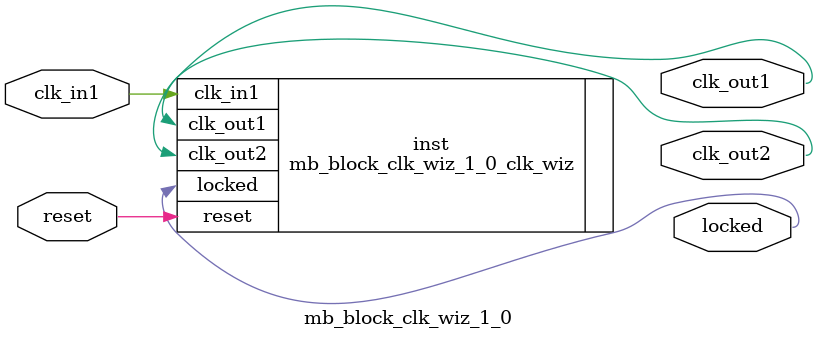
<source format=v>


`timescale 1ps/1ps

(* CORE_GENERATION_INFO = "mb_block_clk_wiz_1_0,clk_wiz_v6_0_11_0_0,{component_name=mb_block_clk_wiz_1_0,use_phase_alignment=true,use_min_o_jitter=false,use_max_i_jitter=false,use_dyn_phase_shift=false,use_inclk_switchover=false,use_dyn_reconfig=false,enable_axi=0,feedback_source=FDBK_AUTO,PRIMITIVE=MMCM,num_out_clk=2,clkin1_period=10.000,clkin2_period=10.000,use_power_down=false,use_reset=true,use_locked=true,use_inclk_stopped=false,feedback_type=SINGLE,CLOCK_MGR_TYPE=NA,manual_override=false}" *)

module mb_block_clk_wiz_1_0 
 (
  // Clock out ports
  output        clk_out1,
  output        clk_out2,
  // Status and control signals
  input         reset,
  output        locked,
 // Clock in ports
  input         clk_in1
 );

  mb_block_clk_wiz_1_0_clk_wiz inst
  (
  // Clock out ports  
  .clk_out1(clk_out1),
  .clk_out2(clk_out2),
  // Status and control signals               
  .reset(reset), 
  .locked(locked),
 // Clock in ports
  .clk_in1(clk_in1)
  );

endmodule

</source>
